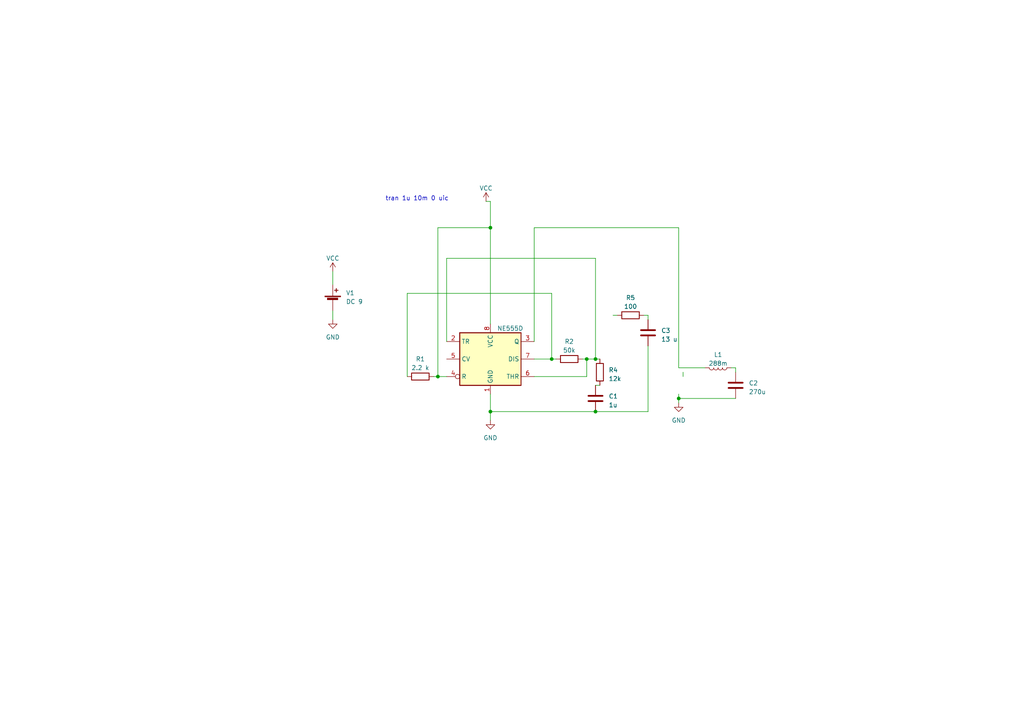
<source format=kicad_sch>
(kicad_sch (version 20230121) (generator eeschema)
  (paper "A4")
  (lib_symbols
    (symbol "Device:Battery_Cell" (pin_numbers hide) (pin_names (offset 0) hide)
      (property "Reference" "BT" (at 2.54 2.54 0))
      (property "Value" "Battery_Cell" (at 2.54 0 0))
      (symbol "Battery_Cell_0_1"
        (rectangle (start -2.286 1.778) (end 2.286 1.524) (fill (type outline)))
        (rectangle (start -1.5748 1.1938) (end 1.4732 0.6858) (fill (type outline)))
        (polyline (pts (xy 0 0.762) (xy 0 0)))
        (polyline (pts (xy 0 1.778) (xy 0 2.54)))
        (polyline (pts (xy 0.508 3.429) (xy 1.524 3.429)) (stroke (width 0.254)))
        (polyline (pts (xy 1.016 3.937) (xy 1.016 2.921)) (stroke (width 0.254)))
      )
      (symbol "Battery_Cell_1_1"
        (pin passive line (at 0 5.08 270) (length 2.54) (name "+") (number "1"))
        (pin passive line (at 0 -2.54 90) (length 2.54) (name "-") (number "2"))
      )
    )
    (symbol "Device:C" (pin_numbers hide) (pin_names (offset 0.254))
      (property "Reference" "C" (at 0.635 2.54 0))
      (property "Value" "C" (at 0.635 -2.54 0))
      (symbol "C_0_1"
        (polyline (pts (xy -2.032 -0.762) (xy 2.032 -0.762)) (stroke (width 0.508)))
        (polyline (pts (xy -2.032 0.762) (xy 2.032 0.762)) (stroke (width 0.508)))
      )
      (symbol "C_1_1"
        (pin passive line (at 0 3.81 270) (length 2.794) (name "~") (number "1"))
        (pin passive line (at 0 -3.81 90) (length 2.794) (name "~") (number "2"))
      )
    )
    (symbol "Device:L" (pin_numbers hide) (pin_names (offset 1.016) hide)
      (property "Reference" "L" (at -1.27 0 90))
      (property "Value" "L" (at 1.905 0 90))
      (symbol "L_0_1"
        (arc (start 0 -2.54) (mid 0.6323 -1.905) (end 0 -1.27))
        (arc (start 0 -1.27) (mid 0.6323 -0.635) (end 0 0))
        (arc (start 0 0) (mid 0.6323 0.635) (end 0 1.27))
        (arc (start 0 1.27) (mid 0.6323 1.905) (end 0 2.54))
      )
      (symbol "L_1_1"
        (pin passive line (at 0 3.81 270) (length 1.27) (name "1") (number "1"))
        (pin passive line (at 0 -3.81 90) (length 1.27) (name "2") (number "2"))
      )
    )
    (symbol "Device:R" (pin_numbers hide) (pin_names (offset 0))
      (property "Reference" "R" (at 2.032 0 90))
      (property "Value" "R" (at 0 0 90))
      (symbol "R_0_1"
        (rectangle (start -1.016 -2.54) (end 1.016 2.54) (stroke (width 0.254)))
      )
      (symbol "R_1_1"
        (pin passive line (at 0 3.81 270) (length 1.27) (name "~") (number "1"))
        (pin passive line (at 0 -3.81 90) (length 1.27) (name "~") (number "2"))
      )
    )
    (symbol "Timer:NE555D"
      (property "Reference" "U" (at -10.16 8.89 0))
      (property "Value" "NE555D" (at 2.54 8.89 0))
      (symbol "NE555D_0_0"
        (pin power_in line (at 0 -10.16 90) (length 2.54) (name "GND") (number "1"))
        (pin power_in line (at 0 10.16 270) (length 2.54) (name "VCC") (number "8"))
      )
      (symbol "NE555D_0_1"
        (rectangle (start -8.89 -7.62) (end 8.89 7.62) (stroke (width 0.254)) (fill (type background)))
        (rectangle (start -8.89 -7.62) (end 8.89 7.62) (stroke (width 0.254)) (fill (type background)))
      )
      (symbol "NE555D_1_1"
        (pin input line (at -12.7 5.08 0) (length 3.81) (name "TR") (number "2"))
        (pin output line (at 12.7 5.08 180) (length 3.81) (name "Q") (number "3"))
        (pin input inverted (at -12.7 -5.08 0) (length 3.81) (name "R") (number "4"))
        (pin input line (at -12.7 0 0) (length 3.81) (name "CV") (number "5"))
        (pin input line (at 12.7 -5.08 180) (length 3.81) (name "THR") (number "6"))
        (pin input line (at 12.7 0 180) (length 3.81) (name "DIS") (number "7"))
      )
    )
    (symbol "power:GND" (power) (pin_names (offset 0))
      (property "Value" "GND" (at 0 -3.81 0))
      (symbol "GND_0_1"
        (polyline (pts (xy 0 0) (xy 0 -1.27) (xy 1.27 -1.27) (xy 0 -2.54) (xy -1.27 -1.27) (xy 0 -1.27)))
      )
      (symbol "GND_1_1"
        (pin power_in line (at 0 0 270) (length 0) hide (name "GND") (number "1"))
      )
    )
    (symbol "power:VCC" (power) (pin_names (offset 0))
      (property "Value" "VCC" (at 0 3.81 0))
      (symbol "VCC_0_1"
        (polyline (pts (xy -0.762 1.27) (xy 0 2.54)))
        (polyline (pts (xy 0 0) (xy 0 2.54)))
        (polyline (pts (xy 0 2.54) (xy 0.762 1.27)))
      )
      (symbol "VCC_1_1"
        (pin power_in line (at 0 0 90) (length 0) hide (name "VCC") (number "1"))
      )
    )
  )
  (junction (at 160.02 104.14))
  (junction (at 172.72 104.14))
  (junction (at 127 109.22))
  (junction (at 142.24 119.38))
  (junction (at 172.72 119.38))
  (junction (at 170.18 104.14))
  (junction (at 142.24 66.04))
  (junction (at 196.85 115.57))
  (wire (pts (xy 198.12 107.95) (xy 198.12 109.22)))
  (wire (pts (xy 172.72 111.76) (xy 173.99 111.76)))
  (wire (pts (xy 170.18 104.14) (xy 172.72 104.14)))
  (wire (pts (xy 172.72 104.14) (xy 173.99 104.14)))
  (wire (pts (xy 177.8 91.44) (xy 179.07 91.44)))
  (wire (pts (xy 172.72 119.38) (xy 187.96 119.38)))
  (wire (pts (xy 187.96 100.33) (xy 187.96 119.38)))
  (wire (pts (xy 142.24 114.3) (xy 142.24 119.38)))
  (wire (pts (xy 127 66.04) (xy 142.24 66.04)))
  (wire (pts (xy 118.11 109.22) (xy 118.11 85.09)))
  (wire (pts (xy 160.02 85.09) (xy 160.02 104.14)))
  (wire (pts (xy 142.24 66.04) (xy 142.24 93.98)))
  (wire (pts (xy 125.73 109.22) (xy 127 109.22)))
  (wire (pts (xy 187.96 91.44) (xy 187.96 92.71)))
  (wire (pts (xy 127 109.22) (xy 129.54 109.22)))
  (wire (pts (xy 186.69 91.44) (xy 187.96 91.44)))
  (wire (pts (xy 142.24 119.38) (xy 142.24 121.92)))
  (wire (pts (xy 154.94 66.04) (xy 196.85 66.04)))
  (wire (pts (xy 96.52 90.17) (xy 96.52 92.71)))
  (wire (pts (xy 142.24 58.42) (xy 142.24 66.04)))
  (wire (pts (xy 196.85 106.68) (xy 204.47 106.68)))
  (wire (pts (xy 127 109.22) (xy 127 66.04)))
  (wire (pts (xy 212.09 106.68) (xy 213.36 106.68)))
  (wire (pts (xy 129.54 74.93) (xy 172.72 74.93)))
  (wire (pts (xy 172.72 74.93) (xy 172.72 104.14)))
  (wire (pts (xy 142.24 58.42) (xy 140.97 58.42)))
  (wire (pts (xy 154.94 66.04) (xy 154.94 99.06)))
  (wire (pts (xy 154.94 109.22) (xy 170.18 109.22)))
  (wire (pts (xy 154.94 104.14) (xy 160.02 104.14)))
  (wire (pts (xy 196.85 115.57) (xy 213.36 115.57)))
  (wire (pts (xy 160.02 104.14) (xy 161.29 104.14)))
  (wire (pts (xy 213.36 106.68) (xy 213.36 107.95)))
  (wire (pts (xy 118.11 85.09) (xy 160.02 85.09)))
  (wire (pts (xy 129.54 99.06) (xy 129.54 74.93)))
  (wire (pts (xy 196.85 66.04) (xy 196.85 106.68)))
  (wire (pts (xy 170.18 109.22) (xy 170.18 104.14)))
  (wire (pts (xy 196.85 115.57) (xy 196.85 116.84)))
  (wire (pts (xy 168.91 104.14) (xy 170.18 104.14)))
  (wire (pts (xy 196.85 114.3) (xy 196.85 115.57)))
  (wire (pts (xy 96.52 78.74) (xy 96.52 82.55)))
  (wire (pts (xy 142.24 119.38) (xy 172.72 119.38)))
  (text "tran 1u 10m 0 uic" (at 111.76 58.42 0) (effects (font (size 1.27 1.27)) (justify left bottom)))
  (symbol (lib_id "Device:L") (at 208.28 106.68 270) (unit 1)
    (property "Reference" "L1" (at 208.28 102.87 90))
    (property "Value" "288m" (at 208.28 105.41 90))
  )
  (symbol (lib_id "Device:R") (at 173.99 107.95 0) (unit 1)
    (property "Reference" "R4" (at 176.53 107.315 0) (effects (justify left)))
    (property "Value" "12k" (at 176.53 109.855 0) (effects (justify left)))
    (property "Sim.Device" "R" (effects hide))
    (property "Sim.Pins" "1=+ 2=-" (effects hide))
  )
  (symbol (lib_id "Device:C") (at 187.96 96.52 0) (unit 1)
    (property "Reference" "C3" (at 191.77 95.885 0) (effects (justify left)))
    (property "Value" "13 u" (at 191.77 98.425 0) (effects (justify left)))
  )
  (symbol (lib_id "Device:C") (at 213.36 111.76 0) (unit 1)
    (property "Reference" "C2" (at 217.17 111.125 0) (effects (justify left)))
    (property "Value" "270u" (at 217.17 113.665 0) (effects (justify left)))
    (property "Sim.Device" "C" (effects hide))
    (property "Sim.Pins" "1=+ 2=-" (effects hide))
  )
  (symbol (lib_id "power:GND") (at 142.24 121.92 0) (unit 1)
    (property "Reference" "#PWR01" (effects hide))
    (property "Value" "GND" (at 142.24 127 0))
  )
  (symbol (lib_id "power:VCC") (at 140.97 58.42 0) (unit 1)
    (property "Reference" "#PWR03" (effects hide))
    (property "Value" "VCC" (at 140.97 54.61 0))
  )
  (symbol (lib_id "Device:Battery_Cell") (at 96.52 87.63 0) (unit 1)
    (property "Reference" "V1" (at 100.33 84.963 0) (effects (justify left)))
    (property "Value" "DC 9" (at 100.33 87.503 0) (effects (justify left)))
  )
  (symbol (lib_id "Device:R") (at 182.88 91.44 270) (unit 1)
    (property "Reference" "R5" (at 182.88 86.36 90))
    (property "Value" "100" (at 182.88 88.9 90))
  )
  (symbol (lib_id "power:GND") (at 96.52 92.71 0) (unit 1)
    (property "Reference" "#PWR04" (effects hide))
    (property "Value" "GND" (at 96.52 97.79 0))
  )
  (symbol (lib_id "power:GND") (at 196.85 116.84 0) (unit 1)
    (property "Reference" "#PWR02" (effects hide))
    (property "Value" "GND" (at 196.85 121.92 0))
  )
  (symbol (lib_id "Device:R") (at 165.1 104.14 90) (unit 1)
    (property "Reference" "R2" (at 165.1 99.06 90))
    (property "Value" "50k" (at 165.1 101.6 90))
    (property "Sim.Device" "R" (effects hide))
    (property "Sim.Pins" "1=+ 2=-" (effects hide))
  )
  (symbol (lib_id "Device:C") (at 172.72 115.57 0) (unit 1)
    (property "Reference" "C1" (at 176.53 114.935 0) (effects (justify left)))
    (property "Value" "1u" (at 176.53 117.475 0) (effects (justify left)))
    (property "Sim.Device" "C" (effects hide))
    (property "Sim.Pins" "1=+ 2=-" (effects hide))
  )
  (symbol (lib_id "Timer:NE555D") (at 142.24 104.14 0) (unit 1)
    (property "Reference" "U1" (effects hide))
    (property "Value" "NE555D" (at 144.1959 95.25 0) (effects (justify left)))
    (property "Footprint" "Package_SO:SOIC-8_3.9x4.9mm_P1.27mm" (effects hide))
    (property "Datasheet" "http://www.ti.com/lit/ds/symlink/ne555.pdf" (effects hide))
    (property "Sim.Name" "NE555" (effects hide))
    (property "Sim.Library" "/Users/soumojitbhattacharya/Downloads/NE555.lib" (effects hide))
    (property "Sim.Device" "SUBCKT" (effects hide))
    (property "Sim.Pins" "1=1 2=2 3=3 4=4 5=5 6=6 7=7 8=8" (effects hide))
  )
  (symbol (lib_id "Device:R") (at 121.92 109.22 270) (unit 1)
    (property "Reference" "R1" (at 121.92 104.14 90))
    (property "Value" "2.2 k" (at 121.92 106.68 90))
    (property "Sim.Device" "R" (effects hide))
    (property "Sim.Pins" "1=+ 2=-" (effects hide))
  )
  (symbol (lib_id "power:VCC") (at 96.52 78.74 0) (unit 1)
    (property "Reference" "#PWR05" (effects hide))
    (property "Value" "VCC" (at 96.52 74.93 0))
  )
)
</source>
